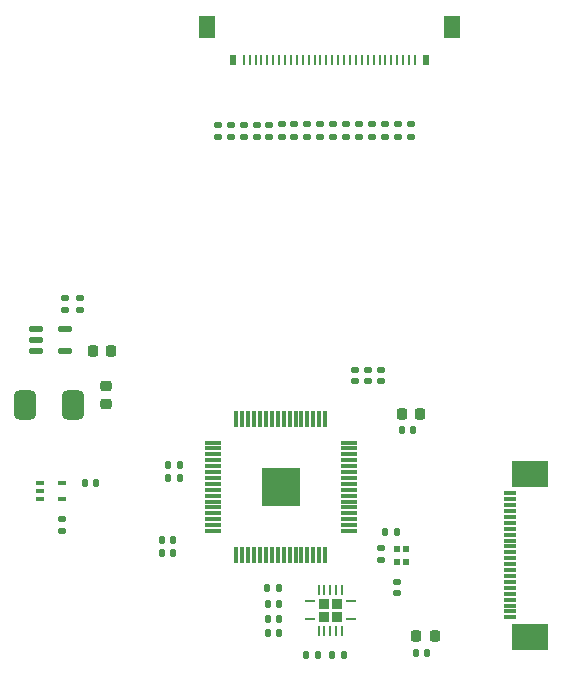
<source format=gtp>
G04 #@! TF.GenerationSoftware,KiCad,Pcbnew,8.0.2*
G04 #@! TF.CreationDate,2024-06-09T13:50:20+05:00*
G04 #@! TF.ProjectId,EDP Converter,45445020-436f-46e7-9665-727465722e6b,rev?*
G04 #@! TF.SameCoordinates,Original*
G04 #@! TF.FileFunction,Paste,Top*
G04 #@! TF.FilePolarity,Positive*
%FSLAX46Y46*%
G04 Gerber Fmt 4.6, Leading zero omitted, Abs format (unit mm)*
G04 Created by KiCad (PCBNEW 8.0.2) date 2024-06-09 13:50:20*
%MOMM*%
%LPD*%
G01*
G04 APERTURE LIST*
G04 Aperture macros list*
%AMRoundRect*
0 Rectangle with rounded corners*
0 $1 Rounding radius*
0 $2 $3 $4 $5 $6 $7 $8 $9 X,Y pos of 4 corners*
0 Add a 4 corners polygon primitive as box body*
4,1,4,$2,$3,$4,$5,$6,$7,$8,$9,$2,$3,0*
0 Add four circle primitives for the rounded corners*
1,1,$1+$1,$2,$3*
1,1,$1+$1,$4,$5*
1,1,$1+$1,$6,$7*
1,1,$1+$1,$8,$9*
0 Add four rect primitives between the rounded corners*
20,1,$1+$1,$2,$3,$4,$5,0*
20,1,$1+$1,$4,$5,$6,$7,0*
20,1,$1+$1,$6,$7,$8,$9,0*
20,1,$1+$1,$8,$9,$2,$3,0*%
G04 Aperture macros list end*
%ADD10RoundRect,0.135000X0.185000X-0.135000X0.185000X0.135000X-0.185000X0.135000X-0.185000X-0.135000X0*%
%ADD11RoundRect,0.225000X-0.225000X-0.250000X0.225000X-0.250000X0.225000X0.250000X-0.225000X0.250000X0*%
%ADD12RoundRect,0.140000X0.140000X0.170000X-0.140000X0.170000X-0.140000X-0.170000X0.140000X-0.170000X0*%
%ADD13R,0.820000X0.820000*%
%ADD14R,0.850000X0.280000*%
%ADD15R,0.280000X0.850000*%
%ADD16RoundRect,0.135000X0.135000X0.185000X-0.135000X0.185000X-0.135000X-0.185000X0.135000X-0.185000X0*%
%ADD17RoundRect,0.475000X0.475000X0.775000X-0.475000X0.775000X-0.475000X-0.775000X0.475000X-0.775000X0*%
%ADD18RoundRect,0.140000X-0.140000X-0.170000X0.140000X-0.170000X0.140000X0.170000X-0.140000X0.170000X0*%
%ADD19RoundRect,0.140000X0.170000X-0.140000X0.170000X0.140000X-0.170000X0.140000X-0.170000X-0.140000X0*%
%ADD20RoundRect,0.225000X0.225000X0.250000X-0.225000X0.250000X-0.225000X-0.250000X0.225000X-0.250000X0*%
%ADD21R,0.500000X0.600000*%
%ADD22R,0.300000X1.475000*%
%ADD23R,1.475000X0.300000*%
%ADD24R,3.300000X3.300000*%
%ADD25RoundRect,0.147500X-0.457500X-0.147500X0.457500X-0.147500X0.457500X0.147500X-0.457500X0.147500X0*%
%ADD26RoundRect,0.135000X-0.135000X-0.185000X0.135000X-0.185000X0.135000X0.185000X-0.135000X0.185000X0*%
%ADD27RoundRect,0.100000X-0.225000X-0.100000X0.225000X-0.100000X0.225000X0.100000X-0.225000X0.100000X0*%
%ADD28R,1.100000X0.300000*%
%ADD29R,3.100000X2.300000*%
%ADD30RoundRect,0.135000X-0.185000X0.135000X-0.185000X-0.135000X0.185000X-0.135000X0.185000X0.135000X0*%
%ADD31RoundRect,0.225000X0.250000X-0.225000X0.250000X0.225000X-0.250000X0.225000X-0.250000X-0.225000X0*%
%ADD32R,0.250000X0.900000*%
%ADD33R,0.550000X0.900000*%
%ADD34R,1.400000X1.900000*%
G04 APERTURE END LIST*
D10*
X131350000Y-82790000D03*
X131350000Y-81770000D03*
D11*
X137145000Y-106250000D03*
X138695000Y-106250000D03*
D12*
X118330000Y-110600000D03*
X117370000Y-110600000D03*
X117780000Y-118050000D03*
X116820000Y-118050000D03*
X126767500Y-124825000D03*
X125807500Y-124825000D03*
D13*
X130527500Y-123460000D03*
X131647500Y-123460000D03*
X130527500Y-122340000D03*
X131647500Y-122340000D03*
D14*
X129362500Y-123650000D03*
D15*
X130087500Y-124625000D03*
X130587500Y-124625000D03*
X131087500Y-124625000D03*
X131587500Y-124625000D03*
X132087500Y-124625000D03*
D14*
X132812500Y-123650000D03*
X132812500Y-122150000D03*
D15*
X132087500Y-121175000D03*
X131587500Y-121175000D03*
X131087500Y-121175000D03*
X130587500Y-121175000D03*
X130087500Y-121175000D03*
D14*
X129362500Y-122150000D03*
D16*
X136700000Y-116250000D03*
X135680000Y-116250000D03*
D10*
X132450000Y-82790000D03*
X132450000Y-81770000D03*
D17*
X109300000Y-105500000D03*
X105200000Y-105500000D03*
D18*
X110290000Y-112150000D03*
X111250000Y-112150000D03*
D10*
X124850000Y-82800000D03*
X124850000Y-81780000D03*
D16*
X132210000Y-126700000D03*
X131190000Y-126700000D03*
D19*
X136700000Y-121460000D03*
X136700000Y-120500000D03*
D20*
X139925000Y-125100000D03*
X138375000Y-125100000D03*
D18*
X137120000Y-107600000D03*
X138080000Y-107600000D03*
D16*
X126760000Y-121000000D03*
X125740000Y-121000000D03*
D10*
X108650000Y-97460000D03*
X108650000Y-96440000D03*
X122650000Y-82800000D03*
X122650000Y-81780000D03*
X125900000Y-82800000D03*
X125900000Y-81780000D03*
D21*
X137500000Y-118850000D03*
X137500000Y-117750000D03*
X136700000Y-117750000D03*
X136700000Y-118850000D03*
D10*
X108400000Y-116160000D03*
X108400000Y-115140000D03*
X126950000Y-82790000D03*
X126950000Y-81770000D03*
D22*
X123138000Y-118188000D03*
X123638000Y-118188000D03*
X124138000Y-118188000D03*
X124638000Y-118188000D03*
X125138000Y-118188000D03*
X125638000Y-118188000D03*
X126138000Y-118188000D03*
X126638000Y-118188000D03*
X127138000Y-118188000D03*
X127638000Y-118188000D03*
X128138000Y-118188000D03*
X128638000Y-118188000D03*
X129138000Y-118188000D03*
X129638000Y-118188000D03*
X130138000Y-118188000D03*
X130638000Y-118188000D03*
D23*
X132626000Y-116200000D03*
X132626000Y-115700000D03*
X132626000Y-115200000D03*
X132626000Y-114700000D03*
X132626000Y-114200000D03*
X132626000Y-113700000D03*
X132626000Y-113200000D03*
X132626000Y-112700000D03*
X132626000Y-112200000D03*
X132626000Y-111700000D03*
X132626000Y-111200000D03*
X132626000Y-110700000D03*
X132626000Y-110200000D03*
X132626000Y-109700000D03*
X132626000Y-109200000D03*
X132626000Y-108700000D03*
D22*
X130638000Y-106712000D03*
X130138000Y-106712000D03*
X129638000Y-106712000D03*
X129138000Y-106712000D03*
X128638000Y-106712000D03*
X128138000Y-106712000D03*
X127638000Y-106712000D03*
X127138000Y-106712000D03*
X126638000Y-106712000D03*
X126138000Y-106712000D03*
X125638000Y-106712000D03*
X125138000Y-106712000D03*
X124638000Y-106712000D03*
X124138000Y-106712000D03*
X123638000Y-106712000D03*
X123138000Y-106712000D03*
D23*
X121150000Y-108700000D03*
X121150000Y-109200000D03*
X121150000Y-109700000D03*
X121150000Y-110200000D03*
X121150000Y-110700000D03*
X121150000Y-111200000D03*
X121150000Y-111700000D03*
X121150000Y-112200000D03*
X121150000Y-112700000D03*
X121150000Y-113200000D03*
X121150000Y-113700000D03*
X121150000Y-114200000D03*
X121150000Y-114700000D03*
X121150000Y-115200000D03*
X121150000Y-115700000D03*
X121150000Y-116200000D03*
D24*
X126888000Y-112450000D03*
D20*
X112525000Y-100950000D03*
X110975000Y-100950000D03*
D12*
X126767500Y-123625000D03*
X125807500Y-123625000D03*
X118330000Y-111700000D03*
X117370000Y-111700000D03*
X126780000Y-122350000D03*
X125820000Y-122350000D03*
D25*
X106145000Y-99050000D03*
X106145000Y-100000000D03*
X106145000Y-100950000D03*
X108655000Y-100950000D03*
X108655000Y-99050000D03*
D10*
X121550000Y-82800000D03*
X121550000Y-81780000D03*
D26*
X129040000Y-126700000D03*
X130060000Y-126700000D03*
D12*
X117780000Y-116950000D03*
X116820000Y-116950000D03*
D10*
X135750000Y-82790000D03*
X135750000Y-81770000D03*
D19*
X133140000Y-103530000D03*
X133140000Y-102570000D03*
D10*
X137950000Y-82790000D03*
X137950000Y-81770000D03*
X134650000Y-82790000D03*
X134650000Y-81770000D03*
D27*
X106500000Y-112150000D03*
X106500000Y-112800000D03*
X106500000Y-113450000D03*
X108400000Y-113450000D03*
X108400000Y-112150000D03*
D19*
X134240000Y-103530000D03*
X134240000Y-102570000D03*
D10*
X136850000Y-82790000D03*
X136850000Y-81770000D03*
D28*
X146325000Y-123500000D03*
X146325000Y-123000000D03*
X146325000Y-122500000D03*
X146325000Y-122000000D03*
X146325000Y-121500000D03*
X146325000Y-121000000D03*
X146325000Y-120500000D03*
X146325000Y-120000000D03*
X146325000Y-119500000D03*
X146325000Y-119000000D03*
X146325000Y-118500000D03*
X146325000Y-118000000D03*
X146325000Y-117500000D03*
X146325000Y-117000000D03*
X146325000Y-116500000D03*
X146325000Y-116000000D03*
X146325000Y-115500000D03*
X146325000Y-115000000D03*
X146325000Y-114500000D03*
X146325000Y-114000000D03*
X146325000Y-113500000D03*
X146325000Y-113000000D03*
D29*
X148025000Y-125170000D03*
X148025000Y-111330000D03*
D12*
X139280000Y-126550000D03*
X138320000Y-126550000D03*
D30*
X109850000Y-96440000D03*
X109850000Y-97460000D03*
D10*
X129150000Y-82790000D03*
X129150000Y-81770000D03*
X133550000Y-82790000D03*
X133550000Y-81770000D03*
X123750000Y-82800000D03*
X123750000Y-81780000D03*
D31*
X112050000Y-105475000D03*
X112050000Y-103925000D03*
D10*
X135350000Y-118610000D03*
X135350000Y-117590000D03*
D19*
X135350000Y-103530000D03*
X135350000Y-102570000D03*
D32*
X138250000Y-76320000D03*
X137750000Y-76320000D03*
X137250000Y-76320000D03*
X136750000Y-76320000D03*
X136250000Y-76320000D03*
X135750000Y-76320000D03*
X135250000Y-76320000D03*
X134750000Y-76320000D03*
X134250000Y-76320000D03*
X133750000Y-76320000D03*
X133250000Y-76320000D03*
X132750000Y-76320000D03*
X132250000Y-76320000D03*
X131750000Y-76320000D03*
X131250000Y-76320000D03*
X130750000Y-76320000D03*
X130250000Y-76320000D03*
X129750000Y-76320000D03*
X129250000Y-76320000D03*
X128750000Y-76320000D03*
X128250000Y-76320000D03*
X127750000Y-76320000D03*
X127250000Y-76320000D03*
X126750000Y-76320000D03*
X126250000Y-76320000D03*
X125750000Y-76320000D03*
X125250000Y-76320000D03*
X124750000Y-76320000D03*
X124250000Y-76320000D03*
X123750000Y-76320000D03*
D33*
X139150000Y-76320000D03*
D34*
X141350000Y-73500000D03*
D33*
X122850000Y-76320000D03*
D34*
X120650000Y-73500000D03*
D10*
X128050000Y-82790000D03*
X128050000Y-81770000D03*
X130250000Y-82790000D03*
X130250000Y-81770000D03*
M02*

</source>
